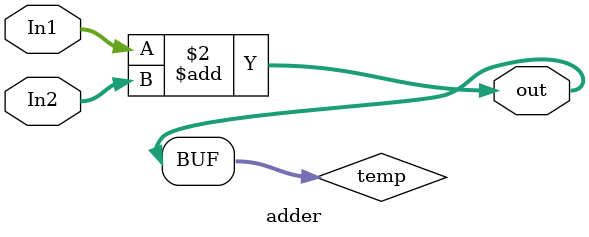
<source format=v>
module adder(out,In1,In2);

output [15:0] out;
input [15:0] In1,In2;

reg [15:0] temp;
always @(In1,In2)
begin
	temp=$signed(In1)+$signed(In2);
end

assign out=temp;

endmodule
</source>
